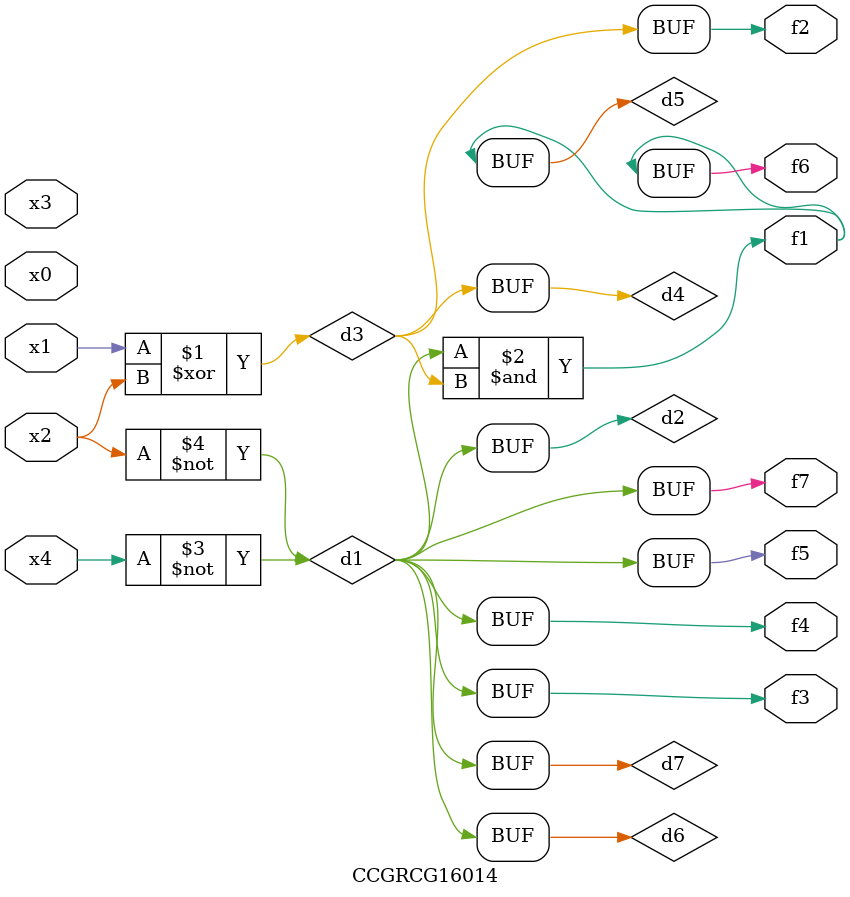
<source format=v>
module CCGRCG16014(
	input x0, x1, x2, x3, x4,
	output f1, f2, f3, f4, f5, f6, f7
);

	wire d1, d2, d3, d4, d5, d6, d7;

	not (d1, x4);
	not (d2, x2);
	xor (d3, x1, x2);
	buf (d4, d3);
	and (d5, d1, d3);
	buf (d6, d1, d2);
	buf (d7, d2);
	assign f1 = d5;
	assign f2 = d4;
	assign f3 = d7;
	assign f4 = d7;
	assign f5 = d7;
	assign f6 = d5;
	assign f7 = d7;
endmodule

</source>
